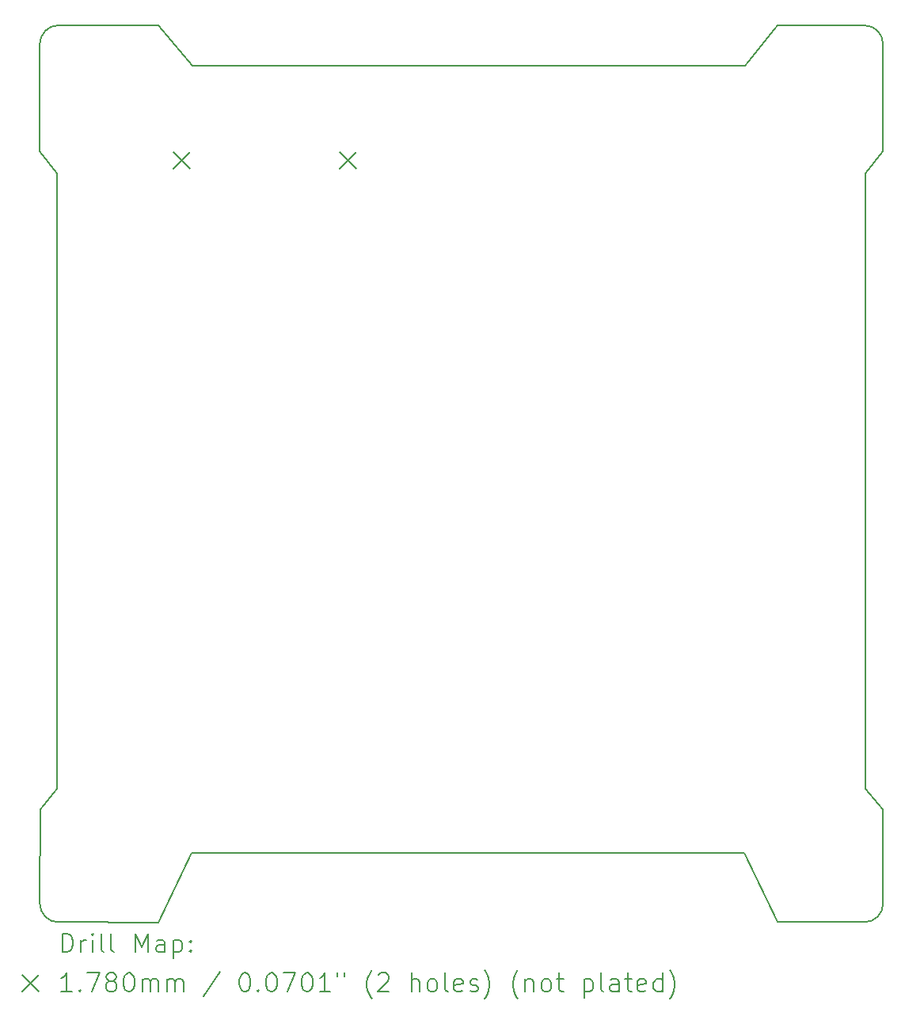
<source format=gbr>
%TF.GenerationSoftware,KiCad,Pcbnew,7.0.2-0*%
%TF.CreationDate,2024-05-08T22:09:41-07:00*%
%TF.ProjectId,MPPT_addon_board,4d505054-5f61-4646-946f-6e5f626f6172,1.4*%
%TF.SameCoordinates,Original*%
%TF.FileFunction,Drillmap*%
%TF.FilePolarity,Positive*%
%FSLAX45Y45*%
G04 Gerber Fmt 4.5, Leading zero omitted, Abs format (unit mm)*
G04 Created by KiCad (PCBNEW 7.0.2-0) date 2024-05-08 22:09:41*
%MOMM*%
%LPD*%
G01*
G04 APERTURE LIST*
%ADD10C,0.150000*%
%ADD11C,0.200000*%
%ADD12C,0.178000*%
G04 APERTURE END LIST*
D10*
X18849365Y-5450695D02*
X18850635Y-6600105D01*
X18662675Y-6833785D02*
X18662675Y-12031225D01*
X18849365Y-5450695D02*
G75*
G03*
X18649365Y-5250695I-199995J5D01*
G01*
X18850635Y-13636840D02*
X18849365Y-14639195D01*
X18649365Y-5250695D02*
X17720000Y-5250000D01*
X11098915Y-5250805D02*
X10032365Y-5250695D01*
X18662675Y-12031225D02*
X18662675Y-13410000D01*
X17365000Y-14100000D02*
X17720000Y-14839195D01*
X9836020Y-13636840D02*
X9832365Y-14639195D01*
X9832365Y-5450695D02*
X9831775Y-6600105D01*
X18662675Y-6833785D02*
X18850635Y-6600105D01*
X11455000Y-14100000D02*
X11098915Y-14840465D01*
X11460000Y-5680000D02*
X17370000Y-5680000D01*
X18662675Y-13410000D02*
X18850635Y-13636840D01*
X10020000Y-6833785D02*
X9831775Y-6600105D01*
X17720000Y-5250000D02*
X17370000Y-5680000D01*
X11460000Y-5680000D02*
X11098915Y-5250805D01*
X10032365Y-5250695D02*
G75*
G03*
X9832365Y-5450695I-5J-199995D01*
G01*
X10020000Y-13410000D02*
X10020000Y-6833785D01*
X9832365Y-14639195D02*
G75*
G03*
X10032365Y-14839195I199995J-5D01*
G01*
X17365000Y-14100000D02*
X11455000Y-14100000D01*
X11098915Y-14840465D02*
X10032365Y-14839195D01*
X18649365Y-14839195D02*
X17720000Y-14839195D01*
X10020000Y-13410000D02*
X9836020Y-13636840D01*
X18649365Y-14839195D02*
G75*
G03*
X18849365Y-14639195I5J199995D01*
G01*
D11*
D12*
X11265000Y-6606000D02*
X11443000Y-6784000D01*
X11443000Y-6606000D02*
X11265000Y-6784000D01*
X13043000Y-6606000D02*
X13221000Y-6784000D01*
X13221000Y-6606000D02*
X13043000Y-6784000D01*
D11*
X10071894Y-15160489D02*
X10071894Y-14960489D01*
X10071894Y-14960489D02*
X10119513Y-14960489D01*
X10119513Y-14960489D02*
X10148085Y-14970013D01*
X10148085Y-14970013D02*
X10167132Y-14989060D01*
X10167132Y-14989060D02*
X10176656Y-15008108D01*
X10176656Y-15008108D02*
X10186180Y-15046203D01*
X10186180Y-15046203D02*
X10186180Y-15074774D01*
X10186180Y-15074774D02*
X10176656Y-15112870D01*
X10176656Y-15112870D02*
X10167132Y-15131917D01*
X10167132Y-15131917D02*
X10148085Y-15150965D01*
X10148085Y-15150965D02*
X10119513Y-15160489D01*
X10119513Y-15160489D02*
X10071894Y-15160489D01*
X10271894Y-15160489D02*
X10271894Y-15027155D01*
X10271894Y-15065251D02*
X10281418Y-15046203D01*
X10281418Y-15046203D02*
X10290942Y-15036679D01*
X10290942Y-15036679D02*
X10309989Y-15027155D01*
X10309989Y-15027155D02*
X10329037Y-15027155D01*
X10395704Y-15160489D02*
X10395704Y-15027155D01*
X10395704Y-14960489D02*
X10386180Y-14970013D01*
X10386180Y-14970013D02*
X10395704Y-14979536D01*
X10395704Y-14979536D02*
X10405227Y-14970013D01*
X10405227Y-14970013D02*
X10395704Y-14960489D01*
X10395704Y-14960489D02*
X10395704Y-14979536D01*
X10519513Y-15160489D02*
X10500465Y-15150965D01*
X10500465Y-15150965D02*
X10490942Y-15131917D01*
X10490942Y-15131917D02*
X10490942Y-14960489D01*
X10624275Y-15160489D02*
X10605227Y-15150965D01*
X10605227Y-15150965D02*
X10595704Y-15131917D01*
X10595704Y-15131917D02*
X10595704Y-14960489D01*
X10852846Y-15160489D02*
X10852846Y-14960489D01*
X10852846Y-14960489D02*
X10919513Y-15103346D01*
X10919513Y-15103346D02*
X10986180Y-14960489D01*
X10986180Y-14960489D02*
X10986180Y-15160489D01*
X11167132Y-15160489D02*
X11167132Y-15055727D01*
X11167132Y-15055727D02*
X11157608Y-15036679D01*
X11157608Y-15036679D02*
X11138561Y-15027155D01*
X11138561Y-15027155D02*
X11100465Y-15027155D01*
X11100465Y-15027155D02*
X11081418Y-15036679D01*
X11167132Y-15150965D02*
X11148085Y-15160489D01*
X11148085Y-15160489D02*
X11100465Y-15160489D01*
X11100465Y-15160489D02*
X11081418Y-15150965D01*
X11081418Y-15150965D02*
X11071894Y-15131917D01*
X11071894Y-15131917D02*
X11071894Y-15112870D01*
X11071894Y-15112870D02*
X11081418Y-15093822D01*
X11081418Y-15093822D02*
X11100465Y-15084298D01*
X11100465Y-15084298D02*
X11148085Y-15084298D01*
X11148085Y-15084298D02*
X11167132Y-15074774D01*
X11262370Y-15027155D02*
X11262370Y-15227155D01*
X11262370Y-15036679D02*
X11281418Y-15027155D01*
X11281418Y-15027155D02*
X11319513Y-15027155D01*
X11319513Y-15027155D02*
X11338561Y-15036679D01*
X11338561Y-15036679D02*
X11348084Y-15046203D01*
X11348084Y-15046203D02*
X11357608Y-15065251D01*
X11357608Y-15065251D02*
X11357608Y-15122393D01*
X11357608Y-15122393D02*
X11348084Y-15141441D01*
X11348084Y-15141441D02*
X11338561Y-15150965D01*
X11338561Y-15150965D02*
X11319513Y-15160489D01*
X11319513Y-15160489D02*
X11281418Y-15160489D01*
X11281418Y-15160489D02*
X11262370Y-15150965D01*
X11443323Y-15141441D02*
X11452846Y-15150965D01*
X11452846Y-15150965D02*
X11443323Y-15160489D01*
X11443323Y-15160489D02*
X11433799Y-15150965D01*
X11433799Y-15150965D02*
X11443323Y-15141441D01*
X11443323Y-15141441D02*
X11443323Y-15160489D01*
X11443323Y-15036679D02*
X11452846Y-15046203D01*
X11452846Y-15046203D02*
X11443323Y-15055727D01*
X11443323Y-15055727D02*
X11433799Y-15046203D01*
X11433799Y-15046203D02*
X11443323Y-15036679D01*
X11443323Y-15036679D02*
X11443323Y-15055727D01*
D12*
X9646275Y-15398965D02*
X9824275Y-15576965D01*
X9824275Y-15398965D02*
X9646275Y-15576965D01*
D11*
X10176656Y-15580489D02*
X10062370Y-15580489D01*
X10119513Y-15580489D02*
X10119513Y-15380489D01*
X10119513Y-15380489D02*
X10100465Y-15409060D01*
X10100465Y-15409060D02*
X10081418Y-15428108D01*
X10081418Y-15428108D02*
X10062370Y-15437632D01*
X10262370Y-15561441D02*
X10271894Y-15570965D01*
X10271894Y-15570965D02*
X10262370Y-15580489D01*
X10262370Y-15580489D02*
X10252846Y-15570965D01*
X10252846Y-15570965D02*
X10262370Y-15561441D01*
X10262370Y-15561441D02*
X10262370Y-15580489D01*
X10338561Y-15380489D02*
X10471894Y-15380489D01*
X10471894Y-15380489D02*
X10386180Y-15580489D01*
X10576656Y-15466203D02*
X10557608Y-15456679D01*
X10557608Y-15456679D02*
X10548085Y-15447155D01*
X10548085Y-15447155D02*
X10538561Y-15428108D01*
X10538561Y-15428108D02*
X10538561Y-15418584D01*
X10538561Y-15418584D02*
X10548085Y-15399536D01*
X10548085Y-15399536D02*
X10557608Y-15390013D01*
X10557608Y-15390013D02*
X10576656Y-15380489D01*
X10576656Y-15380489D02*
X10614751Y-15380489D01*
X10614751Y-15380489D02*
X10633799Y-15390013D01*
X10633799Y-15390013D02*
X10643323Y-15399536D01*
X10643323Y-15399536D02*
X10652846Y-15418584D01*
X10652846Y-15418584D02*
X10652846Y-15428108D01*
X10652846Y-15428108D02*
X10643323Y-15447155D01*
X10643323Y-15447155D02*
X10633799Y-15456679D01*
X10633799Y-15456679D02*
X10614751Y-15466203D01*
X10614751Y-15466203D02*
X10576656Y-15466203D01*
X10576656Y-15466203D02*
X10557608Y-15475727D01*
X10557608Y-15475727D02*
X10548085Y-15485251D01*
X10548085Y-15485251D02*
X10538561Y-15504298D01*
X10538561Y-15504298D02*
X10538561Y-15542393D01*
X10538561Y-15542393D02*
X10548085Y-15561441D01*
X10548085Y-15561441D02*
X10557608Y-15570965D01*
X10557608Y-15570965D02*
X10576656Y-15580489D01*
X10576656Y-15580489D02*
X10614751Y-15580489D01*
X10614751Y-15580489D02*
X10633799Y-15570965D01*
X10633799Y-15570965D02*
X10643323Y-15561441D01*
X10643323Y-15561441D02*
X10652846Y-15542393D01*
X10652846Y-15542393D02*
X10652846Y-15504298D01*
X10652846Y-15504298D02*
X10643323Y-15485251D01*
X10643323Y-15485251D02*
X10633799Y-15475727D01*
X10633799Y-15475727D02*
X10614751Y-15466203D01*
X10776656Y-15380489D02*
X10795704Y-15380489D01*
X10795704Y-15380489D02*
X10814751Y-15390013D01*
X10814751Y-15390013D02*
X10824275Y-15399536D01*
X10824275Y-15399536D02*
X10833799Y-15418584D01*
X10833799Y-15418584D02*
X10843323Y-15456679D01*
X10843323Y-15456679D02*
X10843323Y-15504298D01*
X10843323Y-15504298D02*
X10833799Y-15542393D01*
X10833799Y-15542393D02*
X10824275Y-15561441D01*
X10824275Y-15561441D02*
X10814751Y-15570965D01*
X10814751Y-15570965D02*
X10795704Y-15580489D01*
X10795704Y-15580489D02*
X10776656Y-15580489D01*
X10776656Y-15580489D02*
X10757608Y-15570965D01*
X10757608Y-15570965D02*
X10748085Y-15561441D01*
X10748085Y-15561441D02*
X10738561Y-15542393D01*
X10738561Y-15542393D02*
X10729037Y-15504298D01*
X10729037Y-15504298D02*
X10729037Y-15456679D01*
X10729037Y-15456679D02*
X10738561Y-15418584D01*
X10738561Y-15418584D02*
X10748085Y-15399536D01*
X10748085Y-15399536D02*
X10757608Y-15390013D01*
X10757608Y-15390013D02*
X10776656Y-15380489D01*
X10929037Y-15580489D02*
X10929037Y-15447155D01*
X10929037Y-15466203D02*
X10938561Y-15456679D01*
X10938561Y-15456679D02*
X10957608Y-15447155D01*
X10957608Y-15447155D02*
X10986180Y-15447155D01*
X10986180Y-15447155D02*
X11005227Y-15456679D01*
X11005227Y-15456679D02*
X11014751Y-15475727D01*
X11014751Y-15475727D02*
X11014751Y-15580489D01*
X11014751Y-15475727D02*
X11024275Y-15456679D01*
X11024275Y-15456679D02*
X11043323Y-15447155D01*
X11043323Y-15447155D02*
X11071894Y-15447155D01*
X11071894Y-15447155D02*
X11090942Y-15456679D01*
X11090942Y-15456679D02*
X11100466Y-15475727D01*
X11100466Y-15475727D02*
X11100466Y-15580489D01*
X11195704Y-15580489D02*
X11195704Y-15447155D01*
X11195704Y-15466203D02*
X11205227Y-15456679D01*
X11205227Y-15456679D02*
X11224275Y-15447155D01*
X11224275Y-15447155D02*
X11252846Y-15447155D01*
X11252846Y-15447155D02*
X11271894Y-15456679D01*
X11271894Y-15456679D02*
X11281418Y-15475727D01*
X11281418Y-15475727D02*
X11281418Y-15580489D01*
X11281418Y-15475727D02*
X11290942Y-15456679D01*
X11290942Y-15456679D02*
X11309989Y-15447155D01*
X11309989Y-15447155D02*
X11338561Y-15447155D01*
X11338561Y-15447155D02*
X11357608Y-15456679D01*
X11357608Y-15456679D02*
X11367132Y-15475727D01*
X11367132Y-15475727D02*
X11367132Y-15580489D01*
X11757608Y-15370965D02*
X11586180Y-15628108D01*
X12014751Y-15380489D02*
X12033799Y-15380489D01*
X12033799Y-15380489D02*
X12052847Y-15390013D01*
X12052847Y-15390013D02*
X12062370Y-15399536D01*
X12062370Y-15399536D02*
X12071894Y-15418584D01*
X12071894Y-15418584D02*
X12081418Y-15456679D01*
X12081418Y-15456679D02*
X12081418Y-15504298D01*
X12081418Y-15504298D02*
X12071894Y-15542393D01*
X12071894Y-15542393D02*
X12062370Y-15561441D01*
X12062370Y-15561441D02*
X12052847Y-15570965D01*
X12052847Y-15570965D02*
X12033799Y-15580489D01*
X12033799Y-15580489D02*
X12014751Y-15580489D01*
X12014751Y-15580489D02*
X11995704Y-15570965D01*
X11995704Y-15570965D02*
X11986180Y-15561441D01*
X11986180Y-15561441D02*
X11976656Y-15542393D01*
X11976656Y-15542393D02*
X11967132Y-15504298D01*
X11967132Y-15504298D02*
X11967132Y-15456679D01*
X11967132Y-15456679D02*
X11976656Y-15418584D01*
X11976656Y-15418584D02*
X11986180Y-15399536D01*
X11986180Y-15399536D02*
X11995704Y-15390013D01*
X11995704Y-15390013D02*
X12014751Y-15380489D01*
X12167132Y-15561441D02*
X12176656Y-15570965D01*
X12176656Y-15570965D02*
X12167132Y-15580489D01*
X12167132Y-15580489D02*
X12157608Y-15570965D01*
X12157608Y-15570965D02*
X12167132Y-15561441D01*
X12167132Y-15561441D02*
X12167132Y-15580489D01*
X12300466Y-15380489D02*
X12319513Y-15380489D01*
X12319513Y-15380489D02*
X12338561Y-15390013D01*
X12338561Y-15390013D02*
X12348085Y-15399536D01*
X12348085Y-15399536D02*
X12357608Y-15418584D01*
X12357608Y-15418584D02*
X12367132Y-15456679D01*
X12367132Y-15456679D02*
X12367132Y-15504298D01*
X12367132Y-15504298D02*
X12357608Y-15542393D01*
X12357608Y-15542393D02*
X12348085Y-15561441D01*
X12348085Y-15561441D02*
X12338561Y-15570965D01*
X12338561Y-15570965D02*
X12319513Y-15580489D01*
X12319513Y-15580489D02*
X12300466Y-15580489D01*
X12300466Y-15580489D02*
X12281418Y-15570965D01*
X12281418Y-15570965D02*
X12271894Y-15561441D01*
X12271894Y-15561441D02*
X12262370Y-15542393D01*
X12262370Y-15542393D02*
X12252847Y-15504298D01*
X12252847Y-15504298D02*
X12252847Y-15456679D01*
X12252847Y-15456679D02*
X12262370Y-15418584D01*
X12262370Y-15418584D02*
X12271894Y-15399536D01*
X12271894Y-15399536D02*
X12281418Y-15390013D01*
X12281418Y-15390013D02*
X12300466Y-15380489D01*
X12433799Y-15380489D02*
X12567132Y-15380489D01*
X12567132Y-15380489D02*
X12481418Y-15580489D01*
X12681418Y-15380489D02*
X12700466Y-15380489D01*
X12700466Y-15380489D02*
X12719513Y-15390013D01*
X12719513Y-15390013D02*
X12729037Y-15399536D01*
X12729037Y-15399536D02*
X12738561Y-15418584D01*
X12738561Y-15418584D02*
X12748085Y-15456679D01*
X12748085Y-15456679D02*
X12748085Y-15504298D01*
X12748085Y-15504298D02*
X12738561Y-15542393D01*
X12738561Y-15542393D02*
X12729037Y-15561441D01*
X12729037Y-15561441D02*
X12719513Y-15570965D01*
X12719513Y-15570965D02*
X12700466Y-15580489D01*
X12700466Y-15580489D02*
X12681418Y-15580489D01*
X12681418Y-15580489D02*
X12662370Y-15570965D01*
X12662370Y-15570965D02*
X12652847Y-15561441D01*
X12652847Y-15561441D02*
X12643323Y-15542393D01*
X12643323Y-15542393D02*
X12633799Y-15504298D01*
X12633799Y-15504298D02*
X12633799Y-15456679D01*
X12633799Y-15456679D02*
X12643323Y-15418584D01*
X12643323Y-15418584D02*
X12652847Y-15399536D01*
X12652847Y-15399536D02*
X12662370Y-15390013D01*
X12662370Y-15390013D02*
X12681418Y-15380489D01*
X12938561Y-15580489D02*
X12824275Y-15580489D01*
X12881418Y-15580489D02*
X12881418Y-15380489D01*
X12881418Y-15380489D02*
X12862370Y-15409060D01*
X12862370Y-15409060D02*
X12843323Y-15428108D01*
X12843323Y-15428108D02*
X12824275Y-15437632D01*
X13014751Y-15380489D02*
X13014751Y-15418584D01*
X13090942Y-15380489D02*
X13090942Y-15418584D01*
X13386180Y-15656679D02*
X13376656Y-15647155D01*
X13376656Y-15647155D02*
X13357609Y-15618584D01*
X13357609Y-15618584D02*
X13348085Y-15599536D01*
X13348085Y-15599536D02*
X13338561Y-15570965D01*
X13338561Y-15570965D02*
X13329037Y-15523346D01*
X13329037Y-15523346D02*
X13329037Y-15485251D01*
X13329037Y-15485251D02*
X13338561Y-15437632D01*
X13338561Y-15437632D02*
X13348085Y-15409060D01*
X13348085Y-15409060D02*
X13357609Y-15390013D01*
X13357609Y-15390013D02*
X13376656Y-15361441D01*
X13376656Y-15361441D02*
X13386180Y-15351917D01*
X13452847Y-15399536D02*
X13462370Y-15390013D01*
X13462370Y-15390013D02*
X13481418Y-15380489D01*
X13481418Y-15380489D02*
X13529037Y-15380489D01*
X13529037Y-15380489D02*
X13548085Y-15390013D01*
X13548085Y-15390013D02*
X13557609Y-15399536D01*
X13557609Y-15399536D02*
X13567132Y-15418584D01*
X13567132Y-15418584D02*
X13567132Y-15437632D01*
X13567132Y-15437632D02*
X13557609Y-15466203D01*
X13557609Y-15466203D02*
X13443323Y-15580489D01*
X13443323Y-15580489D02*
X13567132Y-15580489D01*
X13805228Y-15580489D02*
X13805228Y-15380489D01*
X13890942Y-15580489D02*
X13890942Y-15475727D01*
X13890942Y-15475727D02*
X13881418Y-15456679D01*
X13881418Y-15456679D02*
X13862371Y-15447155D01*
X13862371Y-15447155D02*
X13833799Y-15447155D01*
X13833799Y-15447155D02*
X13814751Y-15456679D01*
X13814751Y-15456679D02*
X13805228Y-15466203D01*
X14014751Y-15580489D02*
X13995704Y-15570965D01*
X13995704Y-15570965D02*
X13986180Y-15561441D01*
X13986180Y-15561441D02*
X13976656Y-15542393D01*
X13976656Y-15542393D02*
X13976656Y-15485251D01*
X13976656Y-15485251D02*
X13986180Y-15466203D01*
X13986180Y-15466203D02*
X13995704Y-15456679D01*
X13995704Y-15456679D02*
X14014751Y-15447155D01*
X14014751Y-15447155D02*
X14043323Y-15447155D01*
X14043323Y-15447155D02*
X14062371Y-15456679D01*
X14062371Y-15456679D02*
X14071894Y-15466203D01*
X14071894Y-15466203D02*
X14081418Y-15485251D01*
X14081418Y-15485251D02*
X14081418Y-15542393D01*
X14081418Y-15542393D02*
X14071894Y-15561441D01*
X14071894Y-15561441D02*
X14062371Y-15570965D01*
X14062371Y-15570965D02*
X14043323Y-15580489D01*
X14043323Y-15580489D02*
X14014751Y-15580489D01*
X14195704Y-15580489D02*
X14176656Y-15570965D01*
X14176656Y-15570965D02*
X14167132Y-15551917D01*
X14167132Y-15551917D02*
X14167132Y-15380489D01*
X14348085Y-15570965D02*
X14329037Y-15580489D01*
X14329037Y-15580489D02*
X14290942Y-15580489D01*
X14290942Y-15580489D02*
X14271894Y-15570965D01*
X14271894Y-15570965D02*
X14262371Y-15551917D01*
X14262371Y-15551917D02*
X14262371Y-15475727D01*
X14262371Y-15475727D02*
X14271894Y-15456679D01*
X14271894Y-15456679D02*
X14290942Y-15447155D01*
X14290942Y-15447155D02*
X14329037Y-15447155D01*
X14329037Y-15447155D02*
X14348085Y-15456679D01*
X14348085Y-15456679D02*
X14357609Y-15475727D01*
X14357609Y-15475727D02*
X14357609Y-15494774D01*
X14357609Y-15494774D02*
X14262371Y-15513822D01*
X14433799Y-15570965D02*
X14452847Y-15580489D01*
X14452847Y-15580489D02*
X14490942Y-15580489D01*
X14490942Y-15580489D02*
X14509990Y-15570965D01*
X14509990Y-15570965D02*
X14519513Y-15551917D01*
X14519513Y-15551917D02*
X14519513Y-15542393D01*
X14519513Y-15542393D02*
X14509990Y-15523346D01*
X14509990Y-15523346D02*
X14490942Y-15513822D01*
X14490942Y-15513822D02*
X14462371Y-15513822D01*
X14462371Y-15513822D02*
X14443323Y-15504298D01*
X14443323Y-15504298D02*
X14433799Y-15485251D01*
X14433799Y-15485251D02*
X14433799Y-15475727D01*
X14433799Y-15475727D02*
X14443323Y-15456679D01*
X14443323Y-15456679D02*
X14462371Y-15447155D01*
X14462371Y-15447155D02*
X14490942Y-15447155D01*
X14490942Y-15447155D02*
X14509990Y-15456679D01*
X14586180Y-15656679D02*
X14595704Y-15647155D01*
X14595704Y-15647155D02*
X14614752Y-15618584D01*
X14614752Y-15618584D02*
X14624275Y-15599536D01*
X14624275Y-15599536D02*
X14633799Y-15570965D01*
X14633799Y-15570965D02*
X14643323Y-15523346D01*
X14643323Y-15523346D02*
X14643323Y-15485251D01*
X14643323Y-15485251D02*
X14633799Y-15437632D01*
X14633799Y-15437632D02*
X14624275Y-15409060D01*
X14624275Y-15409060D02*
X14614752Y-15390013D01*
X14614752Y-15390013D02*
X14595704Y-15361441D01*
X14595704Y-15361441D02*
X14586180Y-15351917D01*
X14948085Y-15656679D02*
X14938561Y-15647155D01*
X14938561Y-15647155D02*
X14919513Y-15618584D01*
X14919513Y-15618584D02*
X14909990Y-15599536D01*
X14909990Y-15599536D02*
X14900466Y-15570965D01*
X14900466Y-15570965D02*
X14890942Y-15523346D01*
X14890942Y-15523346D02*
X14890942Y-15485251D01*
X14890942Y-15485251D02*
X14900466Y-15437632D01*
X14900466Y-15437632D02*
X14909990Y-15409060D01*
X14909990Y-15409060D02*
X14919513Y-15390013D01*
X14919513Y-15390013D02*
X14938561Y-15361441D01*
X14938561Y-15361441D02*
X14948085Y-15351917D01*
X15024275Y-15447155D02*
X15024275Y-15580489D01*
X15024275Y-15466203D02*
X15033799Y-15456679D01*
X15033799Y-15456679D02*
X15052847Y-15447155D01*
X15052847Y-15447155D02*
X15081418Y-15447155D01*
X15081418Y-15447155D02*
X15100466Y-15456679D01*
X15100466Y-15456679D02*
X15109990Y-15475727D01*
X15109990Y-15475727D02*
X15109990Y-15580489D01*
X15233799Y-15580489D02*
X15214752Y-15570965D01*
X15214752Y-15570965D02*
X15205228Y-15561441D01*
X15205228Y-15561441D02*
X15195704Y-15542393D01*
X15195704Y-15542393D02*
X15195704Y-15485251D01*
X15195704Y-15485251D02*
X15205228Y-15466203D01*
X15205228Y-15466203D02*
X15214752Y-15456679D01*
X15214752Y-15456679D02*
X15233799Y-15447155D01*
X15233799Y-15447155D02*
X15262371Y-15447155D01*
X15262371Y-15447155D02*
X15281418Y-15456679D01*
X15281418Y-15456679D02*
X15290942Y-15466203D01*
X15290942Y-15466203D02*
X15300466Y-15485251D01*
X15300466Y-15485251D02*
X15300466Y-15542393D01*
X15300466Y-15542393D02*
X15290942Y-15561441D01*
X15290942Y-15561441D02*
X15281418Y-15570965D01*
X15281418Y-15570965D02*
X15262371Y-15580489D01*
X15262371Y-15580489D02*
X15233799Y-15580489D01*
X15357609Y-15447155D02*
X15433799Y-15447155D01*
X15386180Y-15380489D02*
X15386180Y-15551917D01*
X15386180Y-15551917D02*
X15395704Y-15570965D01*
X15395704Y-15570965D02*
X15414752Y-15580489D01*
X15414752Y-15580489D02*
X15433799Y-15580489D01*
X15652847Y-15447155D02*
X15652847Y-15647155D01*
X15652847Y-15456679D02*
X15671894Y-15447155D01*
X15671894Y-15447155D02*
X15709990Y-15447155D01*
X15709990Y-15447155D02*
X15729037Y-15456679D01*
X15729037Y-15456679D02*
X15738561Y-15466203D01*
X15738561Y-15466203D02*
X15748085Y-15485251D01*
X15748085Y-15485251D02*
X15748085Y-15542393D01*
X15748085Y-15542393D02*
X15738561Y-15561441D01*
X15738561Y-15561441D02*
X15729037Y-15570965D01*
X15729037Y-15570965D02*
X15709990Y-15580489D01*
X15709990Y-15580489D02*
X15671894Y-15580489D01*
X15671894Y-15580489D02*
X15652847Y-15570965D01*
X15862371Y-15580489D02*
X15843323Y-15570965D01*
X15843323Y-15570965D02*
X15833799Y-15551917D01*
X15833799Y-15551917D02*
X15833799Y-15380489D01*
X16024275Y-15580489D02*
X16024275Y-15475727D01*
X16024275Y-15475727D02*
X16014752Y-15456679D01*
X16014752Y-15456679D02*
X15995704Y-15447155D01*
X15995704Y-15447155D02*
X15957609Y-15447155D01*
X15957609Y-15447155D02*
X15938561Y-15456679D01*
X16024275Y-15570965D02*
X16005228Y-15580489D01*
X16005228Y-15580489D02*
X15957609Y-15580489D01*
X15957609Y-15580489D02*
X15938561Y-15570965D01*
X15938561Y-15570965D02*
X15929037Y-15551917D01*
X15929037Y-15551917D02*
X15929037Y-15532870D01*
X15929037Y-15532870D02*
X15938561Y-15513822D01*
X15938561Y-15513822D02*
X15957609Y-15504298D01*
X15957609Y-15504298D02*
X16005228Y-15504298D01*
X16005228Y-15504298D02*
X16024275Y-15494774D01*
X16090942Y-15447155D02*
X16167133Y-15447155D01*
X16119514Y-15380489D02*
X16119514Y-15551917D01*
X16119514Y-15551917D02*
X16129037Y-15570965D01*
X16129037Y-15570965D02*
X16148085Y-15580489D01*
X16148085Y-15580489D02*
X16167133Y-15580489D01*
X16309990Y-15570965D02*
X16290942Y-15580489D01*
X16290942Y-15580489D02*
X16252847Y-15580489D01*
X16252847Y-15580489D02*
X16233799Y-15570965D01*
X16233799Y-15570965D02*
X16224275Y-15551917D01*
X16224275Y-15551917D02*
X16224275Y-15475727D01*
X16224275Y-15475727D02*
X16233799Y-15456679D01*
X16233799Y-15456679D02*
X16252847Y-15447155D01*
X16252847Y-15447155D02*
X16290942Y-15447155D01*
X16290942Y-15447155D02*
X16309990Y-15456679D01*
X16309990Y-15456679D02*
X16319514Y-15475727D01*
X16319514Y-15475727D02*
X16319514Y-15494774D01*
X16319514Y-15494774D02*
X16224275Y-15513822D01*
X16490942Y-15580489D02*
X16490942Y-15380489D01*
X16490942Y-15570965D02*
X16471895Y-15580489D01*
X16471895Y-15580489D02*
X16433799Y-15580489D01*
X16433799Y-15580489D02*
X16414752Y-15570965D01*
X16414752Y-15570965D02*
X16405228Y-15561441D01*
X16405228Y-15561441D02*
X16395704Y-15542393D01*
X16395704Y-15542393D02*
X16395704Y-15485251D01*
X16395704Y-15485251D02*
X16405228Y-15466203D01*
X16405228Y-15466203D02*
X16414752Y-15456679D01*
X16414752Y-15456679D02*
X16433799Y-15447155D01*
X16433799Y-15447155D02*
X16471895Y-15447155D01*
X16471895Y-15447155D02*
X16490942Y-15456679D01*
X16567133Y-15656679D02*
X16576656Y-15647155D01*
X16576656Y-15647155D02*
X16595704Y-15618584D01*
X16595704Y-15618584D02*
X16605228Y-15599536D01*
X16605228Y-15599536D02*
X16614752Y-15570965D01*
X16614752Y-15570965D02*
X16624275Y-15523346D01*
X16624275Y-15523346D02*
X16624275Y-15485251D01*
X16624275Y-15485251D02*
X16614752Y-15437632D01*
X16614752Y-15437632D02*
X16605228Y-15409060D01*
X16605228Y-15409060D02*
X16595704Y-15390013D01*
X16595704Y-15390013D02*
X16576656Y-15361441D01*
X16576656Y-15361441D02*
X16567133Y-15351917D01*
M02*

</source>
